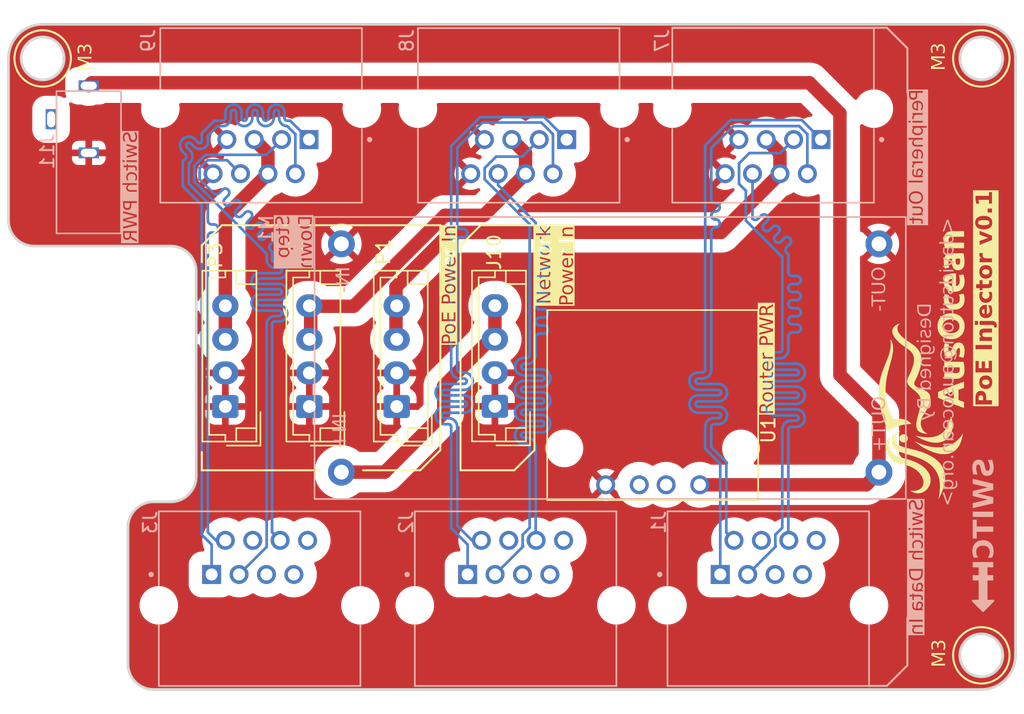
<source format=kicad_pcb>
(kicad_pcb (version 20221018) (generator pcbnew)
  (layers (0 "F.Cu" signal) (31 "B.Cu" signal) (34 "B.Paste" user) (35 "F.Paste" user) (36 "B.SilkS" user "B.Silkscreen") (37 "F.SilkS" user "F.Silkscreen") (38 "B.Mask" user) (39 "F.Mask" user) (44 "Edge.Cuts" user))
  (net 0 "")
  (net 1 "D2,1+")
  (net 2 "D2,1-")
  (net 3 "D2,2+")
  (net 4 "D2,2-")
  (net 5 "D3,1+")
  (net 6 "D3,1-")
  (net 7 "D3,2+")
  (net 8 "D3,2-")
  (net 21 "D1,1+")
  (net 22 "D1,1-")
  (net 23 "D1,2+")
  (net 24 "D1,2-")
  (net 25 "/NW 24V IN")
  (net 26 "GND")
  (net 27 "/NW 5V OUT")
  (net 31 "Net-(P1-Pin_3)")
  (net 32 "Net-(P2-Pin_3)")
  (net 33 "Net-(P3-Pin_3)")
  (footprint "Connector_JST:JST_EH_B4B-EH-A_1x04_P2.50mm_Vertical" (layer "F.Cu") (at 180.5 94.5 90)
    (fp_text reference "P2")
    (fp_text value "4-Pin JST")
  )
  (footprint "Connector_JST:JST_EH_B4B-EH-A_1x04_P2.50mm_Vertical" (layer "F.Cu") (at 194.31 94.488 90)
    (fp_text reference "J10")
    (fp_text value "NW Power In")
  )
  (footprint "AusOcean:USB_A_2.0_CONN" (layer "F.Cu") (at 198.2 101.47)
    (fp_text reference "U1")
    (fp_text value "USB PWR OUT")
  )
  (footprint "LOGO" (layer "F.Cu") (at 226.06 91.44 90)
    (fp_text reference "G***" hide)
    (fp_text value "LOGO" hide)
  )
  (footprint "Connector_JST:JST_EH_B4B-EH-A_1x04_P2.50mm_Vertical" (layer "F.Cu") (at 174.25 94.5 90)
    (fp_text reference "P3")
    (fp_text value "4-Pin JST")
  )
  (footprint "Connector_JST:JST_EH_B4B-EH-A_1x04_P2.50mm_Vertical" (layer "F.Cu") (at 187 94.5 90)
    (fp_text reference "P1")
    (fp_text value "4-Pin JST")
  )
  (footprint "AusOcean:LM2596_Step_Down_Module" (layer "B.Cu") (at 180.885 80.386935)
    (fp_text reference "M1")
    (fp_text value "LM2596_SD")
  )
  (footprint "AusOcean:Barrel_Jack" (layer "B.Cu") (at 161.284 81.612 90)
    (fp_text reference "J11")
    (fp_text value "Barrel_Jack_Switch")
  )
  (footprint "AusOcean:RJ45_Socket" (layer "B.Cu") (at 176.798 109.306935 180)
    (fp_text reference "J3")
    (fp_text value "RJ45 IN -  3")
  )
  (footprint "AusOcean:RJ45_Socket" (layer "B.Cu") (at 195.848 109.306935 180)
    (fp_text reference "J2")
    (fp_text value "RJ45 IN - 2")
  )
  (footprint "AusOcean:RJ45_Socket" (layer "B.Cu") (at 176.908 72.321935)
    (fp_text reference "J9")
    (fp_text value "RJ45 OUT - 3")
  )
  (footprint "AusOcean:RJ45_Socket" (layer "B.Cu") (at 214.648 109.306935 180)
    (fp_text reference "J1")
    (fp_text value "RJ45 IN - 1")
  )
  (footprint "AusOcean:RJ45_Socket" (layer "B.Cu") (at 196.078 72.321935)
    (fp_text reference "J8")
    (fp_text value "RJ45 OUT - 2")
  )
  (footprint "AusOcean:RJ45_Socket" (layer "B.Cu") (at 215.008 72.321935)
    (fp_text reference "J7")
    (fp_text value "RJ45 OUT - 1")
  )
  (gr_line (start 223.477861 115.301601) (end 222.148 115.306935) (stroke (width 0.15)) (layer "B.SilkS"))
  (gr_line (start 225.001861 110.221601) (end 225.001861 113.777601) (stroke (width 0.15)) (layer "B.SilkS"))
  (gr_line (start 225.003377 67.818811) (end 223.479377 66.294811) (stroke (width 0.15)) (layer "B.SilkS"))
  (gr_line (start 223.479377 66.294811) (end 207.508 66.294) (stroke (width 0.15)) (layer "B.SilkS"))
  (gr_line (start 225.003377 71.120811) (end 225.003377 67.818811) (stroke (width 0.15)) (layer "B.SilkS"))
  (gr_poly (pts (xy 230.378 106.426) (xy 230.886 106.426) (xy 230.886 108.966) (xy 231.394 108.966) (xy 230.632 109.728) (xy 229.87 108.966) (xy 230.378 108.966)) (stroke (width 0.15)) (fill solid) (layer "B.SilkS"))
  (gr_line (start 225.001861 113.777601) (end 223.477861 115.301601) (stroke (width 0.15)) (layer "B.SilkS"))
  (gr_line (start 188.75 99.25) (end 190.25 97.75) (stroke (width 0.15)) (layer "F.SilkS"))
  (gr_line (start 191.75 82.5) (end 191.75 99.25) (stroke (width 0.15)) (layer "F.SilkS"))
  (gr_line (start 197.25 81) (end 197.25 97.75) (stroke (width 0.15)) (layer "F.SilkS"))
  (gr_circle (center 160.655 68.58) (end 162.755 68.58) (stroke (width 0.15)) (fill none) (layer "F.SilkS"))
  (gr_line (start 193.25 81) (end 197.25 81) (stroke (width 0.15)) (layer "F.SilkS"))
  (gr_circle (center 230.505 68.58) (end 232.605 68.58) (stroke (width 0.15)) (fill none) (layer "F.SilkS"))
  (gr_line (start 190.25 97.75) (end 190.25 81) (stroke (width 0.15)) (layer "F.SilkS"))
  (gr_line (start 172.5 97.895) (end 172.5 99.25) (stroke (width 0.15)) (layer "F.SilkS"))
  (gr_line (start 195.75 99.25) (end 197.25 97.75) (stroke (width 0.15)) (layer "F.SilkS"))
  (gr_line (start 174 81) (end 188.75 81) (stroke (width 0.15)) (layer "F.SilkS"))
  (gr_circle (center 230.505 113.03) (end 232.605 113.03) (stroke (width 0.15)) (fill none) (layer "F.SilkS"))
  (gr_line (start 191.75 82.5) (end 193.25 81) (stroke (width 0.15)) (layer "F.SilkS"))
  (gr_line (start 172.5 82.5) (end 174 81) (stroke (width 0.15)) (layer "F.SilkS"))
  (gr_line (start 191.75 99.25) (end 195.75 99.25) (stroke (width 0.15)) (layer "F.SilkS"))
  (gr_line (start 181.25 99.25) (end 172.5 99.25) (stroke (width 0.15)) (layer "F.SilkS"))
  (gr_line (start 188.75 99.25) (end 184.5 99.25) (stroke (width 0.15)) (layer "F.SilkS"))
  (gr_line (start 190.25 81) (end 190.25 86.25) (stroke (width 0.15)) (layer "F.SilkS"))
  (gr_line (start 172.5 83.75) (end 172.5 82.5) (stroke (width 0.15)) (layer "F.SilkS"))
  (gr_line (start 188.75 81) (end 190.25 81) (stroke (width 0.15)) (layer "F.SilkS"))
  (gr_arc (start 167.005 103.505) (mid 167.562962 102.157962) (end 168.91 101.6) (stroke (width 0.2)) (layer "Edge.Cuts"))
  (gr_circle (center 230.505 113.03) (end 232.105 113.03) (stroke (width 0.2)) (fill none) (layer "Edge.Cuts"))
  (gr_arc (start 172.085 99.695) (mid 171.527038 101.042038) (end 170.18 101.6) (stroke (width 0.2)) (layer "Edge.Cuts"))
  (gr_line (start 230.505 115.57) (end 168.91 115.57) (stroke (width 0.2)) (layer "Edge.Cuts"))
  (gr_line (start 168.91 101.6) (end 170.18 101.6) (stroke (width 0.2)) (layer "Edge.Cuts"))
  (gr_line (start 233.045 113.03) (end 233.045 68.58) (stroke (width 0.2)) (layer "Edge.Cuts"))
  (gr_line (start 160.655 66.04) (end 230.505 66.04) (stroke (width 0.2)) (layer "Edge.Cuts"))
  (gr_arc (start 230.505 66.04) (mid 232.301051 66.783949) (end 233.045 68.58) (stroke (width 0.2)) (layer "Edge.Cuts"))
  (gr_arc (start 168.91 115.57) (mid 167.562962 115.012038) (end 167.005 113.665) (stroke (width 0.2)) (layer "Edge.Cuts"))
  (gr_arc (start 170.18 82.55) (mid 171.527038 83.107962) (end 172.085 84.455) (stroke (width 0.2)) (layer "Edge.Cuts"))
  (gr_line (start 160.02 82.55) (end 170.18 82.55) (stroke (width 0.2)) (layer "Edge.Cuts"))
  (gr_line (start 172.085 84.455) (end 172.085 99.695) (stroke (width 0.2)) (layer "Edge.Cuts"))
  (gr_line (start 158.115 68.58) (end 158.115 80.645) (stroke (width 0.2)) (layer "Edge.Cuts"))
  (gr_arc (start 158.115 68.58) (mid 158.858949 66.783949) (end 160.655 66.04) (stroke (width 0.2)) (layer "Edge.Cuts"))
  (gr_arc (start 233.045 113.03) (mid 232.301051 114.826051) (end 230.505 115.57) (stroke (width 0.2)) (layer "Edge.Cuts"))
  (gr_circle (center 230.505 68.58) (end 232.105 68.58) (stroke (width 0.2)) (fill none) (layer "Edge.Cuts"))
  (gr_circle (center 160.655 68.58) (end 162.255 68.58) (stroke (width 0.2)) (fill none) (layer "Edge.Cuts"))
  (gr_line (start 167.005 103.505) (end 167.005 113.665) (stroke (width 0.2)) (layer "Edge.Cuts"))
  (gr_arc (start 160.02 82.55) (mid 158.672962 81.992038) (end 158.115 80.645) (stroke (width 0.2)) (layer "Edge.Cuts"))
  (gr_text "Designed By\n<davidsutton@ausocean.org>" (at 228.6 91.186 90) (layer "B.SilkS") (effects (font (size 1 1)) (justify bottom mirror)))
  (gr_text "Switch PWR" (at 167.830484 74 90) (layer "B.SilkS" knockout) (effects (font (size 1 1)) (justify left bottom mirror)))
  (gr_text "Switch Data In" (at 226.314 101.386935 90) (layer "B.SilkS" knockout) (effects (font (size 1 1)) (justify left bottom mirror)))
  (gr_text "Step\nDown" (at 180.848 80.264 90) (layer "B.SilkS" knockout) (effects (font (size 1 1)) (justify left bottom mirror)))
  (gr_text "SWITCH" (at 231.648 98.308 90) (layer "B.SilkS") (effects (font (size 1.5 1.5) (thickness 0.3) bold) (justify left bottom mirror)))
  (gr_text "Peripheral Out" (at 226.314 70.866 90) (layer "B.SilkS" knockout) (effects (font (size 1 1)) (justify left bottom mirror)))
  (gr_text "Network\nPower In" (at 200.278235 81.049008 90) (layer "F.SilkS" knockout) (effects (font (size 1 1)) (justify right bottom)))
  (gr_text "M3" (at 227.949121 69.501436 90) (layer "F.SilkS") (effects (font (size 1 1)) (justify left bottom)))
  (gr_text "M3" (at 227.98263 113.926991 90) (layer "F.SilkS") (effects (font (size 1 1)) (justify left bottom)))
  (gr_text "Router PWR" (at 215.174667 95.122969 90) (layer "F.SilkS" knockout) (effects (font (size 1 1)) (justify left bottom)))
  (gr_text "M3" (at 164.449429 69.533039 90) (layer "F.SilkS") (effects (font (size 1 1)) (justify left bottom)))
  (gr_text "PoE Power In" (at 191.535819 80.975261 90) (layer "F.SilkS" knockout) (effects (font (size 1 1)) (justify right bottom)))
  (gr_text "PoE Injector v0.1" (at 231.5 94.5 90) (layer "F.SilkS" knockout) (effects (font (size 1.2 1.2) (thickness 0.25) bold) (justify left bottom)))
  (segment (start 190.548891 94.116875) (end 191.05402 94.116875) (width 0.2) (layer "B.Cu") (net 1))
  (segment (start 191.05402 103.561154) (end 192.278 104.785134) (width 0.2) (layer "B.Cu") (net 1))
  (segment (start 192.009108 92.816915) (end 191.704 92.816915) (width 0.2) (layer "B.Cu") (net 1))
  (segment (start 191.05402 96.016835) (end 191.05402 97.64125) (width 0.2) (layer "B.Cu") (net 1))
  (segment (start 191.05402 97.64125) (end 191.05402 103.561154) (width 0.2) (layer "B.Cu") (net 1))
  (segment (start 191.05402 75.110359) (end 191.05402 91.766935) (width 0.2) (layer "B.Cu") (net 1))
  (segment (start 191.704 92.816915) (end 190.548891 92.816915) (width 0.2) (layer "B.Cu") (net 1))
  (segment (start 191.504 94.516875) (end 190.548891 94.516875) (width 0.2) (layer "B.Cu") (net 1))
  (segment (start 191.05402 94.116875) (end 192.009108 94.116875) (width 0.2) (layer "B.Cu") (net 1))
  (segment (start 193.212444 72.951935) (end 191.05402 75.110359) (width 0.2) (layer "B.Cu") (net 1))
  (segment (start 190.548891 95.816835) (end 190.85402 95.816835) (width 0.2) (layer "B.Cu") (net 1))
  (segment (start 191.704 92.416915) (end 192.009108 92.416915) (width 0.2) (layer "B.Cu") (net 1))
  (segment (start 192.009108 94.516875) (end 191.504 94.516875) (width 0.2) (layer "B.Cu") (net 1))
  (segment (start 197.978 72.951935) (end 193.212444 72.951935) (width 0.2) (layer "B.Cu") (net 1))
  (segment (start 192.278 104.785134) (end 192.278 107.006935) (width 0.2) (layer "B.Cu") (net 1))
  (segment (start 199.648 74.621935) (end 197.978 72.951935) (width 0.2) (layer "B.Cu") (net 1))
  (arc (start 190.548891 94.516875) (mid 190.089286 94.70725) (end 189.898911 95.166855) (width 0.2) (layer "B.Cu") (net 1))
  (arc (start 190.85402 95.816835) (mid 190.995441 95.875414) (end 191.05402 96.016835) (width 0.2) (layer "B.Cu") (net 1))
  (arc (start 190.548891 92.816915) (mid 190.089286 93.00729) (end 189.898911 93.466895) (width 0.2) (layer "B.Cu") (net 1))
  (arc (start 192.209108 92.616915) (mid 192.150529 92.758336) (end 192.009108 92.816915) (width 0.2) (layer "B.Cu") (net 1))
  (arc (start 192.209108 94.316875) (mid 192.150529 94.458296) (end 192.009108 94.516875) (width 0.2) (layer "B.Cu") (net 1))
  (arc (start 191.05402 91.766935) (mid 191.244395 92.22654) (end 191.704 92.416915) (width 0.2) (layer "B.Cu") (net 1))
  (arc (start 192.009108 92.416915) (mid 192.150529 92.475494) (end 192.209108 92.616915) (width 0.2) (layer "B.Cu") (net 1))
  (arc (start 189.898911 93.466895) (mid 190.089286 93.9265) (end 190.548891 94.116875) (width 0.2) (layer "B.Cu") (net 1))
  (arc (start 192.009108 94.116875) (mid 192.150529 94.175454) (end 192.209108 94.316875) (width 0.2) (layer "B.Cu") (net 1))
  (arc (start 189.898911 95.166855) (mid 190.089286 95.62646) (end 190.548891 95.816835) (width 0.2) (layer "B.Cu") (net 1))
  (segment (start 190.548891 93.666895) (end 191.05402 93.666895) (width 0.2) (layer "B.Cu") (net 2))
  (segment (start 191.504 75.226064) (end 191.504 80.971935) (width 0.2) (layer "B.Cu") (net 2))
  (segment (start 191.504 97.64125) (end 191.504 103.374736) (width 0.2) (layer "B.Cu") (net 2))
  (segment (start 191.804 81.271935) (end 191.955757 81.271935) (width 0.2) (layer "B.Cu") (net 2))
  (segment (start 190.548891 95.366855) (end 190.85402 95.366855) (width 0.2) (layer "B.Cu") (net 2))
  (segment (start 198.628 74.222064) (end 197.757871 73.351935) (width 0.2) (layer "B.Cu") (net 2))
  (segment (start 192.596199 104.466935) (end 193.298 104.466935) (width 0.2) (layer "B.Cu") (net 2))
  (segment (start 193.378129 73.351935) (end 191.504 75.226064) (width 0.2) (layer "B.Cu") (net 2))
  (segment (start 191.704 91.966935) (end 192.009108 91.966935) (width 0.2) (layer "B.Cu") (net 2))
  (segment (start 197.757871 73.351935) (end 193.378129 73.351935) (width 0.2) (layer "B.Cu") (net 2))
  (segment (start 191.504 103.374736) (end 192.596199 104.466935) (width 0.2) (layer "B.Cu") (net 2))
  (segment (start 191.955757 81.871935) (end 191.804 81.871935) (width 0.2) (layer "B.Cu") (net 2))
  (segment (start 191.704 93.266895) (end 190.548891 93.266895) (width 0.2) (layer "B.Cu") (net 2))
  (segment (start 191.504 86.421935) (end 191.504 91.766935) (width 0.2) (layer "B.Cu") (net 2))
  (segment (start 191.504 96.016835) (end 191.504 97.64125) (width 0.2) (layer "B.Cu") (net 2))
  (segment (start 191.504 82.171935) (end 191.504 86.421935) (width 0.2) (layer "B.Cu") (net 2))
  (segment (start 198.628 77.161935) (end 198.628 74.222064) (width 0.2) (layer "B.Cu") (net 2))
  (segment (start 191.504 94.966855) (end 190.548891 94.966855) (width 0.2) (layer "B.Cu") (net 2))
  (segment (start 191.05402 93.666895) (end 192.009108 93.666895) (width 0.2) (layer "B.Cu") (net 2))
  (segment (start 192.009108 94.966855) (end 191.504 94.966855) (width 0.2) (layer "B.Cu") (net 2))
  (segment (start 192.009108 93.266895) (end 191.704 93.266895) (width 0.2) (layer "B.Cu") (net 2))
  (arc (start 190.548891 93.266895) (mid 190.40747 93.325474) (end 190.348891 93.466895) (width 0.2) (layer "B.Cu") (net 2))
  (arc (start 191.504 80.971935) (mid 191.591868 81.184067) (end 191.804 81.271935) (width 0.2) (layer "B.Cu") (net 2))
  (arc (start 191.504 91.766935) (mid 191.562579 91.908356) (end 191.704 91.966935) (width 0.2) (layer "B.Cu") (net 2))
  (arc (start 190.348891 93.466895) (mid 190.40747 93.608316) (end 190.548891 93.666895) (width 0.2) (layer "B.Cu") (net 2))
  (arc (start 191.804 81.871935) (mid 191.591868 81.959803) (end 191.504 82.171935) (width 0.2) (layer "B.Cu") (net 2))
  (arc (start 192.659088 92.616915) (mid 192.468713 93.07652) (end 192.009108 93.266895) (width 0.2) (layer "B.Cu") (net 2))
  (arc (start 192.255757 81.571935) (mid 192.167889 81.784067) (end 191.955757 81.871935) (width 0.2) (layer "B.Cu") (net 2))
  (arc (start 190.85402 95.366855) (mid 191.313625 95.55723) (end 191.504 96.016835) (width 0.2) (layer "B.Cu") (net 2))
  (arc (start 192.659088 94.316875) (mid 192.468713 94.77648) (end 192.009108 94.966855) (width 0.2) (layer "B.Cu") (net 2))
  (arc (start 192.009108 93.666895) (mid 192.468713 93.85727) (end 192.659088 94.316875) (width 0.2) (layer "B.Cu") (net 2))
  (arc (start 190.348891 95.166855) (mid 190.40747 95.308276) (end 190.548891 95.366855) (width 0.2) (layer "B.Cu") (net 2))
  (arc (start 190.548891 94.966855) (mid 190.40747 95.025434) (end 190.348891 95.166855) (width 0.2) (layer "B.Cu") (net 2))
  (arc (start 191.955757 81.271935) (mid 192.167889 81.359803) (end 192.255757 81.571935) (width 0.2) (layer "B.Cu") (net 2))
  (arc (start 192.009108 91.966935) (mid 192.468713 92.15731) (end 192.659088 92.616915) (width 0.2) (layer "B.Cu") (net 2))
  (segment (start 196.454998 95.981931) (end 196.692999 95.981931) (width 0.2) (layer "B.Cu") (net 3))
  (segment (start 196.692999 97.281935) (end 196.454998 97.281935) (width 0.2) (layer "B.Cu") (net 3))
  (segment (start 193.544 77.577806) (end 193.544 76.746064) (width 0.2) (layer "B.Cu") (net 3))
  (segment (start 197.343001 92.181923) (end 196.454998 92.181923) (width 0.2) (layer "B.Cu") (net 3))
  (segment (start 196.454998 92.581923) (end 196.892999 92.581923) (width 0.2) (layer "B.Cu") (net 3))
  (segment (start 196.892999 90.681919) (end 196.892999 85.525589) (width 0.2) (layer "B.Cu") (net 3))
  (segment (start 196.338 75.891935) (end 197.608 74.621935) (width 0.2) (layer "B.Cu") (net 3))
  (segment (start 196.454998 94.281927) (end 196.892999 94.281927) (width 0.2) (layer "B.Cu") (net 3))
  (segment (start 196.692999 95.981931) (end 197.781002 95.981931) (width 0.2) (layer "B.Cu") (net 3))
  (segment (start 194.398129 75.891935) (end 196.338 75.891935) (width 0.2) (layer "B.Cu") (net 3))
  (segment (start 196.892999 103.532065) (end 196.892999 97.481935) (width 0.2) (layer "B.Cu") (net 3))
  (segment (start 197.781002 95.581931) (end 197.343001 95.581931) (width 0.2) (layer "B.Cu") (net 3))
  (segment (start 197.780981 93.881927) (end 197.343001 93.881927) (width 0.2) (layer "B.Cu") (net 3))
  (segment (start 197.343001 93.881927) (end 196.454998 93.881927) (width 0.2) (layer "B.Cu") (net 3))
  (segment (start 196.374 104.051064) (end 196.892999 103.532065) (width 0.2) (layer "B.Cu") (net 3))
  (segment (start 196.892999 85.525589) (end 196.892999 80.926805) (width 0.2) (layer "B.Cu") (net 3))
  (segment (start 196.892999 92.581923) (end 197.780981 92.581923) (width 0.2) (layer "B.Cu") (net 3))
  (segment (start 196.892999 80.926805) (end 193.544 77.577806) (width 0.2) (layer "B.Cu") (net 3))
  (segment (start 197.780981 92.181923) (end 197.343001 92.181923) (width 0.2) (layer "B.Cu") (net 3))
  (segment (start 197.343001 95.581931) (end 196.454998 95.581931) (width 0.2) (layer "B.Cu") (net 3))
  (segment (start 193.544 76.746064) (end 194.398129 75.891935) (width 0.2) (layer "B.Cu") (net 3))
  (segment (start 196.374 104.882806) (end 196.374 104.051064) (width 0.2) (layer "B.Cu") (net 3))
  (segment (start 196.454998 90.881919) (end 196.692999 90.881919) (width 0.2) (layer "B.Cu") (net 3))
  (segment (start 196.892999 94.281927) (end 197.780981 94.281927) (width 0.2) (layer "B.Cu") (net 3))
  (segment (start 196.408065 104.91687) (end 196.374 104.882806) (width 0.2) (layer "B.Cu") (net 3))
  (segment (start 194.318 107.006935) (end 196.408065 104.91687) (width 0.2) (layer "B.Cu") (net 3))
  (arc (start 197.980981 92.381923) (mid 197.922402 92.240502) (end 197.780981 92.181923) (width 0.2) (layer "B.Cu") (net 3))
  (arc (start 197.780981 92.581923) (mid 197.922402 92.523344) (end 197.980981 92.381923) (width 0.2) (layer "B.Cu") (net 3))
  (arc (start 196.454998 92.181923) (mid 195.995377 91.991542) (end 195.804996 91.531921) (width 0.2) (layer "B.Cu") (net 3))
  (arc (start 197.780981 94.281927) (mid 197.922402 94.223348) (end 197.980981 94.081927) (width 0.2) (layer "B.Cu") (net 3))
  (arc (start 196.692999 90.881919) (mid 196.83442 90.82334) (end 196.892999 90.681919) (width 0.2) (layer "B.Cu") (net 3))
  (arc (start 197.781002 95.981931) (mid 197.922423 95.923352) (end 197.981002 95.781931) (width 0.2) (layer "B.Cu") (net 3))
  (arc (start 196.454998 93.881927) (mid 195.995377 93.691546) (end 195.804996 93.231925) (width 0.2) (layer "B.Cu") (net 3))
  (arc (start 197.981002 95.781931) (mid 197.922423 95.64051) (end 197.781002 95.581931) (width 0.2) (layer "B.Cu") (net 3))
  (arc (start 196.892999 97.481935) (mid 196.83442 97.340514) (end 196.692999 97.281935) (width 0.2) (layer "B.Cu") (net 3))
  (arc (start 195.804996 91.531921) (mid 195.995377 91.0723) (end 196.454998 90.881919) (width 0.2) (layer "B.Cu") (net 3))
  (arc (start 196.454998 95.581931) (mid 195.995377 95.39155) (end 195.804996 94.931929) (width 0.2) (layer "B.Cu") (net 3))
  (arc (start 195.804996 96.631933) (mid 195.995377 96.172312) (end 196.454998 95.981931) (width 0.2) (layer "B.Cu") (net 3))
  (arc (start 195.804996 93.231925) (mid 195.995377 92.772304) (end 196.454998 92.581923) (width 0.2) (layer "B.Cu") (net 3))
  (arc (start 196.454998 97.281935) (mid 195.995377 97.091554) (end 195.804996 96.631933) (width 0.2) (layer "B.Cu") (net 3))
  (arc (start 195.804996 94.931929) (mid 195.995377 94.472308) (end 196.454998 94.281927) (width 0.2) (layer "B.Cu") (net 3))
  (arc (start 197.980981 94.081927) (mid 197.922402 93.940506) (end 197.780981 93.881927) (width 0.2) (layer "B.Cu") (net 3))
  (segment (start 196.692999 96.431933) (end 197.781002 96.431933) (width 0.2) (layer "B.Cu") (net 4))
  (segment (start 196.892999 93.031925) (end 197.780981 93.031925) (width 0.2) (layer "B.Cu") (net 4))
  (segment (start 197.643001 87.871935) (end 197.959333 87.871935) (width 0.2) (layer "B.Cu") (net 4))
  (segment (start 196.892999 94.731929) (end 197.780981 94.731929) (width 0.2) (layer "B.Cu") (net 4))
  (segment (start 197.959309 83.671935) (end 197.643001 83.671935) (width 0.2) (layer "B.Cu") (net 4))
  (segment (start 197.343001 104.431936) (end 197.343001 97.481935) (width 0.2) (layer "B.Cu") (net 4))
  (segment (start 197.959333 82.471935) (end 197.643001 82.471935) (width 0.2) (layer "B.Cu") (net 4))
  (segment (start 197.959333 84.871935) (end 197.643001 84.871935) (width 0.2) (layer "B.Cu") (net 4))
  (segment (start 197.343001 80.971935) (end 197.343001 80.811121) (width 0.2) (layer "B.Cu") (net 4))
  (segment (start 197.959309 86.071935) (end 197.643001 86.071935) (width 0.2) (layer "B.Cu") (net 4))
  (segment (start 197.643001 83.071935) (end 197.959333 83.071935) (width 0.2) (layer "B.Cu") (net 4))
  (segment (start 196.454998 94.731929) (end 196.892999 94.731929) (width 0.2) (layer "B.Cu") (net 4))
  (segment (start 196.454998 93.031925) (end 196.892999 93.031925) (width 0.2) (layer "B.Cu") (net 4))
  (segment (start 197.643001 84.271935) (end 197.959309 84.271935) (width 0.2) (layer "B.Cu") (net 4))
  (segment (start 197.959333 81.271935) (end 197.643001 81.271935) (width 0.2) (layer "B.Cu") (net 4))
  (segment (start 194.548 78.01612) (end 194.548 77.161935) (width 0.2) (layer "B.Cu") (net 4))
  (segment (start 197.643001 81.871935) (end 197.959333 81.871935) (width 0.2) (layer "B.Cu") (net 4))
  (segment (start 197.343001 90.681919) (end 197.343001 89.371935) (width 0.2) (layer "B.Cu") (net 4))
  (segment (start 197.959309 88.471935) (end 197.643001 88.471935) (width 0.2) (layer "B.Cu") (net 4))
  (segment (start 196.692999 96.831933) (end 196.454998 96.831933) (width 0.2) (layer "B.Cu") (net 4))
  (segment (start 196.454998 91.331921) (end 196.692999 91.331921) (width 0.2) (layer "B.Cu") (net 4))
  (segment (start 197.781002 95.131929) (end 197.343001 95.131929) (width 0.2) (layer "B.Cu") (net 4))
  (segment (start 197.780981 91.731921) (end 197.343001 91.731921) (width 0.2) (layer "B.Cu") (net 4))
  (segment (start 197.343001 91.731921) (end 196.454998 91.731921) (width 0.2) (layer "B.Cu") (net 4))
  (segment (start 197.959333 87.271935) (end 197.643001 87.271935) (width 0.2) (layer "B.Cu") (net 4))
  (segment (start 197.343001 95.131929) (end 196.454998 95.131929) (width 0.2) (layer "B.Cu") (net 4))
  (segment (start 197.343001 93.431925) (end 196.454998 93.431925) (width 0.2) (layer "B.Cu") (net 4))
  (segment (start 197.643001 89.071935) (end 197.959309 89.071935) (width 0.2) (layer "B.Cu") (net 4))
  (segment (start 197.343001 80.811121) (end 194.548 78.01612) (width 0.2) (layer "B.Cu") (net 4))
  (segment (start 197.378 104.466935) (end 197.343001 104.431936) (width 0.2) (layer "B.Cu") (net 4))
  (segment (start 196.454998 96.431933) (end 196.692999 96.431933) (width 0.2) (layer "B.Cu") (net 4))
  (segment (start 197.780981 93.431925) (end 197.343001 93.431925) (width 0.2) (layer "B.Cu") (net 4))
  (segment (start 197.643001 86.671935) (end 197.959309 86.671935) (width 0.2) (layer "B.Cu") (net 4))
  (segment (start 197.643001 85.471935) (end 197.959333 85.471935) (width 0.2) (layer "B.Cu") (net 4))
  (arc (start 197.343001 83.371935) (mid 197.430869 83.159803) (end 197.643001 83.071935) (width 0.2) (layer "B.Cu") (net 4))
  (arc (start 197.643001 88.471935) (mid 197.430869 88.384067) (end 197.343001 88.171935) (width 0.2) (layer "B.Cu") (net 4))
  (arc (start 198.431004 95.781931) (mid 198.240623 95.32231) (end 197.781002 95.131929) (width 0.2) (layer "B.Cu") (net 4))
  (arc (start 196.254998 94.931929) (mid 196.313577 94.790508) (end 196.454998 94.731929) (width 0.2) (layer "B.Cu") (net 4))
  (arc (start 198.259333 82.771935) (mid 198.171465 82.559803) (end 197.959333 82.471935) (width 0.2) (layer "B.Cu") (net 4))
  (arc (start 196.454998 96.831933) (mid 196.313577 96.773354) (end 196.254998 96.631933) (width 0.2) (layer "B.Cu") (net 4))
  (arc (start 197.959309 86.671935) (mid 198.171441 86.584067) (end 198.259309 86.371935) (width 0.2) (layer "B.Cu") (net 4))
  (arc (start 197.780981 94.731929) (mid 198.240602 94.541548) (end 198.430983 94.081927) (width 0.2) (layer "B.Cu") (net 4))
  (arc (start 198.430983 94.081927) (mid 198.240602 93.622306) (end 197.780981 93.431925) (width 0.2) (layer "B.Cu") (net 4))
  (arc (start 197.343001 82.171935) (mid 197.430869 81.959803) (end 197.643001 81.871935) (width 0.2) (layer "B.Cu") (net 4))
  (arc (start 197.959333 85.471935) (mid 198.171465 85.384067) (end 198.259333 85.171935) (width 0.2) (layer "B.Cu") (net 4))
  (arc (start 198.259333 85.171935) (mid 198.171465 84.959803) (end 197.959333 84.871935) (width 0.2) (layer "B.Cu") (net 4))
  (arc (start 197.643001 87.271935) (mid 197.430869 87.184067) (end 197.343001 86.971935) (width 0.2) (layer "B.Cu") (net 4))
  (arc (start 197.643001 86.071935) (mid 197.430869 85.984067) (end 197.343001 85.771935) (width 0.2) (layer "B.Cu") (net 4))
  (arc (start 196.692999 91.331921) (mid 197.15262 91.14154) (end 197.343001 90.681919) (width 0.2) (layer "B.Cu") (net 4))
  (arc (start 196.254998 91.531921) (mid 196.313577 91.3905) (end 196.454998 91.331921) (width 0.2) (layer "B.Cu") (net 4))
  (arc (start 197.643001 81.271935) (mid 197.430869 81.184067) (end 197.343001 80.971935) (width 0.2) (layer "B.Cu") (net 4))
  (arc (start 198.259309 83.971935) (mid 198.171441 83.759803) (end 197.959309 83.671935) (width 0.2) (layer "B.Cu") (net 4))
  (arc (start 197.959333 81.871935) (mid 198.171465 81.784067) (end 198.259333 81.571935) (width 0.2) (layer "B.Cu") (net 4))
  (arc (start 197.643001 83.671935) (mid 197.430869 83.584067) (end 197.343001 83.371935) (width 0.2) (layer "B.Cu") (net 4))
  (arc (start 196.454998 93.431925) (mid 196.313577 93.373346) (end 196.254998 93.231925) (width 0.2) (layer "B.Cu") (net 4))
  (arc (start 198.259309 88.771935) (mid 198.171441 88.559803) (end 197.959309 88.471935) (width 0.2) (layer "B.Cu") (net 4))
  (arc (start 198.259309 86.371935) (mid 198.171441 86.159803) (end 197.959309 86.071935) (width 0.2) (layer "B.Cu") (net 4))
  (arc (start 198.430983 92.381923) (mid 198.240602 91.922302) (end 197.780981 91.731921) (width 0.2) (layer "B.Cu") (net 4))
  (arc (start 197.959309 89.071935) (mid 198.171441 88.984067) (end 198.259309 88.771935) (width 0.2) (layer "B.Cu") (net 4))
  (arc (start 196.254998 96.631933) (mid 196.313577 96.490512) (end 196.454998 96.431933) (width 0.2) (layer "B.Cu") (net 4))
  (arc (start 197.781002 96.431933) (mid 198.240623 96.241552) (end 198.431004 95.781931) (width 0.2) (layer "B.Cu") (net 4))
  (arc (start 197.959333 87.871935) (mid 198.171465 87.784067) (end 198.259333 87.571935) (width 0.2) (layer "B.Cu") (net 4))
  (arc (start 197.780981 93.031925) (mid 198.240602 92.841544) (end 198.430983 92.381923) (width 0.2) (layer "B.Cu") (net 4))
  (arc (start 197.343001 85.771935) (mid 197.430869 85.559803) (end 197.643001 85.471935) (width 0.2) (layer "B.Cu") (net 4))
  (arc (start 197.343001 97.481935) (mid 197.15262 97.022314) (end 196.692999 96.831933) (width 0.2) (layer "B.Cu") (net 4))
  (arc (start 197.343001 89.371935) (mid 197.430869 89.159803) (end 197.643001 89.071935) (width 0.2) (layer "B.Cu") (net 4))
  (arc (start 197.959309 84.271935) (mid 198.171441 84.184067) (end 198.259309 83.971935) (width 0.2) (layer "B.Cu") (net 4))
  (arc (start 198.259333 81.571935) (mid 198.171465 81.359803) (end 197.959333 81.271935) (width 0.2) (layer "B.Cu") (net 4))
  (arc (start 197.643001 82.471935) (mid 197.430869 82.384067) (end 197.343001 82.171935) (width 0.2) (layer "B.Cu") (net 4))
  (arc (start 197.959333 83.071935) (mid 198.171465 82.984067) (end 198.259333 82.771935) (width 0.2) (layer "B.Cu") (net 4))
  (arc (start 197.343001 86.971935) (mid 197.430869 86.759803) (end 197.643001 86.671935) (width 0.2) (layer "B.Cu") (net 4))
  (arc (start 196.454998 95.131929) (mid 196.313577 95.07335) (end 196.254998 94.931929) (width 0.2) (layer "B.Cu") (net 4))
  (arc (start 196.454998 91.731921) (mid 196.313577 91.673342) (end 196.254998 91.531921) (width 0.2) (layer "B.Cu") (net 4))
  (arc (start 197.643001 84.871935) (mid 197.430869 84.784067) (end 197.343001 84.571935) (width 0.2) (layer "B.Cu") (net 4))
  (arc (start 196.254998 93.231925) (mid 196.313577 93.090504) (end 196.454998 93.031925) (width 0.2) (layer "B.Cu") (net 4))
  (arc (start 197.343001 88.171935) (mid 197.430869 87.959803) (end 197.643001 87.871935) (width 0.2) (layer "B.Cu") (net 4))
  (arc (start 198.259333 87.571935) (mid 198.171465 87.359803) (end 197.959333 87.271935) (width 0.2) (layer "B.Cu") (net 4))
  (arc (start 197.343001 84.571935) (mid 197.430869 84.359803) (end 197.643001 84.271935) (width 0.2) (layer "B.Cu") (net 4))
  (segment (start 171.076931 75.52052) (end 171.292945 75.736534) (width 0.2) (layer "B.Cu") (net 5))
  (segment (start 177.053871 73.017935) (end 177.053871 72.617935) (width 0.2) (layer "B.Cu") (net 5))
  (segment (start 173.228 104.785134) (end 173.228 107.006935) (width 0.2) (layer "B.Cu") (net 5))
  (segment (start 172.212156 74.817325) (end 172.212157 74.817325) (width 0.2) (layer "B.Cu") (net 5))
  (segment (start 175.853871 72.617935) (end 175.853871 73.017935) (width 0.2) (layer "B.Cu") (net 5))
  (segment (start 180.478 74.621935) (end 179.074 73.217935) (width 0.2) (layer "B.Cu") (net 5))
  (segment (start 174.053871 73.217935) (end 173.4288 73.217935) (width 0.2) (layer "B.Cu") (net 5))
  (segment (start 172.212157 74.817325) (end 171.996142 74.60131) (width 0.2) (layer "B.Cu") (net 5))
  (segment (start 172.495 104.052134) (end 173.228 104.785134) (width 0.2) (layer "B.Cu") (net 5))
  (segment (start 177.453871 72.617935) (end 177.453871 73.017935) (width 0.2) (layer "B.Cu") (net 5))
  (segment (start 171.292946 76.019377) (end 171.292945 76.019377) (width 0.2) (layer "B.Cu") (net 5))
  (segment (start 179.074 73.217935) (end 178.853871 73.217935) (width 0.2) (layer "B.Cu") (net 5))
  (segment (start 171.08402 78.095564) (end 172.495 79.506545) (width 0.2) (layer "B.Cu") (net 5))
  (segment (start 174.253871 72.617935) (end 174.253871 73.017935) (width 0.2) (layer "B.Cu") (net 5))
  (segment (start 175.453871 73.017935) (end 175.453871 72.617935) (width 0.2) (layer "B.Cu") (net 5))
  (segment (start 171.08402 76.228305) (end 171.08402 78.095564) (width 0.2) (layer "B.Cu") (net 5))
  (segment (start 178.653871 73.017935) (end 178.653871 72.617935) (width 0.2) (layer "B.Cu") (net 5))
  (segment (start 172.495 74.151735) (end 172.495 74.817325) (width 0.2) (layer "B.Cu") (net 5))
  (segment (start 172.495 79.506545) (end 172.495 104.052134) (width 0.2) (layer "B.Cu") (net 5))
  (segment (start 173.4288 73.217935) (end 172.495 74.151735) (width 0.2) (layer "B.Cu") (net 5))
  (segment (start 171.292945 76.019377) (end 171.08402 76.228305) (width 0.2) (layer "B.Cu") (net 5))
  (segment (start 171.076931 74.601309) (end 171.076931 74.60131) (width 0.2) (layer "B.Cu") (net 5))
  (arc (start 175.653871 73.217935) (mid 175.51245 73.159356) (end 175.453871 73.017935) (width 0.2) (layer "B.Cu") (net 5))
  (arc (start 172.495 74.817325) (mid 172.353578 74.875904) (end 172.212156 74.817325) (width 0.2) (layer "B.Cu") (net 5))
  (arc (start 178.853871 73.217935) (mid 178.71245 73.159356) (end 178.653871 73.017935) (width 0.2) (layer "B.Cu") (net 5))
  (arc (start 175.453871 72.617935) (mid 175.278135 72.193671) (end 174.853871 72.017935) (width 0.2) (layer "B.Cu") (net 5))
  (arc (start 177.253871 73.217935) (mid 177.11245 73.159356) (end 177.053871 73.017935) (width 0.2) (layer "B.Cu") (net 5))
  (arc (start 171.292945 75.736534) (mid 171.351524 75.877955) (end 171.292946 76.019377) (width 0.2) (layer "B.Cu") (net 5))
  (arc (start 174.253871 73.017935) (mid 174.195292 73.159356) (end 174.053871 73.217935) (width 0.2) (layer "B.Cu") (net 5))
  (arc (start 176.453871 72.017935) (mid 176.029607 72.193671) (end 175.853871 72.617935) (width 0.2) (layer "B.Cu") (net 5))
  (arc (start 178.653871 72.617935) (mid 178.478135 72.193671) (end 178.053871 72.017935) (width 0.2) (layer "B.Cu") (net 5))
  (arc (start 177.453871 73.017935) (mid 177.395292 73.159356) (end 177.253871 73.217935) (width 0.2) (layer "B.Cu") (net 5))
  (arc (start 171.996142 74.60131) (mid 171.536537 74.410935) (end 171.076931 74.601309) (width 0.2) (layer "B.Cu") (net 5))
  (arc (start 174.853871 72.017935) (mid 174.429607 72.193671) (end 174.253871 72.617935) (width 0.2) (layer "B.Cu") (net 5))
  (arc (start 175.853871 73.017935) (mid 175.795292 73.159356) (end 175.653871 73.217935) (width 0.2) (layer "B.Cu") (net 5))
  (arc (start 171.076931 74.60131) (mid 170.886556 75.060915) (end 171.076931 75.52052) (width 0.2) (layer "B.Cu") (net 5))
  (arc (start 177.053871 72.617935) (mid 176.878135 72.193671) (end 176.453871 72.017935) (width 0.2) (layer "B.Cu") (net 5))
  (arc (start 178.053871 72.017935) (mid 177.629607 72.193671) (end 177.453871 72.617935) (width 0.2) (layer "B.Cu") (net 5))
  (segment (start 171.395115 75.202335) (end 171.611129 75.418349) (width 0.2) (layer "B.Cu") (net 6))
  (segment (start 171.611129 76.33756) (end 171.61113 76.337562) (width 0.2) (layer "B.Cu") (net 6))
  (segment (start 171.893973 75.135508) (end 171.677958 74.919493) (width 0.2) (layer "B.Cu") (net 6))
  (segment (start 173.6652 73.617935) (end 172.945 74.338135) (width 0.2) (layer "B.Cu") (net 6))
  (segment (start 171.395115 74.919492) (end 171.395115 74.919493) (width 0.2) (layer "B.Cu") (net 6))
  (segment (start 173.546199 104.466935) (end 174.248 104.466935) (width 0.2) (layer "B.Cu") (net 6))
  (segment (start 173.245 80.945) (end 173.41746 80.945) (width 0.2) (layer "B.Cu") (net 6))
  (segment (start 178.253871 73.017935) (end 178.253871 72.617935) (width 0.2) (layer "B.Cu") (net 6))
  (segment (start 171.61113 76.33756) (end 171.611129 76.33756) (width 0.2) (layer "B.Cu") (net 6))
  (segment (start 171.61113 76.337562) (end 171.534 76.414693) (width 0.2) (layer "B.Cu") (net 6))
  (segment (start 175.053871 73.017935) (end 175.053871 72.617935) (width 0.2) (layer "B.Cu") (net 6))
  (segment (start 172.945 81.845) (end 172.945 83.156239) (width 0.2) (layer "B.Cu") (net 6))
  (segment (start 172.945 83.156239) (end 172.945 103.865736) (width 0.2) (layer "B.Cu") (net 6))
  (segment (start 174.653871 72.617935) (end 174.653871 73.017935) (width 0.2) (layer "B.Cu") (net 6))
  (segment (start 176.253871 72.617935) (end 176.253871 73.017935) (width 0.2) (layer "B.Cu") (net 6))
  (segment (start 171.534 76.414693) (end 171.534 77.909176) (width 0.2) (layer "B.Cu") (net 6))
  (segment (start 172.945 75.003693) (end 172.813183 75.135508) (width 0.2) (layer "B.Cu") (net 6))
  (segment (start 179.458 74.222064) (end 178.853871 73.617935) (width 0.2) (layer "B.Cu") (net 6))
  (segment (start 171.534 77.909176) (end 172.945 79.320177) (width 0.2) (layer "B.Cu") (net 6))
  (segment (start 176.653871 73.017935) (end 176.653871 72.617935) (width 0.2) (layer "B.Cu") (net 6))
  (segment (start 174.053871 73.617935) (end 173.6652 73.617935) (width 0.2) (layer "B.Cu") (net 6))
  (segment (start 179.458 77.161935) (end 179.458 74.222064) (width 0.2) (layer "B.Cu") (net 6))
  (segment (start 173.41746 81.545) (end 173.245 81.545) (width 0.2) (layer "B.Cu") (net 6))
  (segment (start 172.945 74.338135) (end 172.945 75.003693) (width 0.2) (layer "B.Cu") (net 6))
  (segment (start 177.853871 72.617935) (end 177.853871 73.017935) (width 0.2) (layer "B.Cu") (net 6))
  (segment (start 172.945 79.320177) (end 172.945 80.645) (width 0.2) (layer "B.Cu") (net 6))
  (segment (start 172.945 103.865736) (end 173.546199 104.466935) (width 0.2) (layer "B.Cu") (net 6))
  (arc (start 178.053871 72.417935) (mid 177.91245 72.476514) (end 177.853871 72.617935) (width 0.2) (layer "B.Cu") (net 6))
  (arc (start 178.253871 72.617935) (mid 178.195292 72.476514) (end 178.053871 72.417935) (width 0.2) (layer "B.Cu") (net 6))
  (arc (start 173.41746 80.945) (mid 173.629592 81.032868) (end 173.71746 81.245) (width 0.2) (layer "B.Cu") (net 6))
  (arc (start 173.71746 81.245) (mid 173.629592 81.457132) (end 173.41746 81.545) (width 0.2) (layer "B.Cu") (net 6))
  (arc (start 172.945 80.645) (mid 173.032868 80.857132) (end 173.245 80.945) (width 0.2) (layer "B.Cu") (net 6))
  (arc (start 173.245 81.545) (mid 173.032868 81.632868) (end 172.945 81.845) (width 0.2) (layer "B.Cu") (net 6))
  (arc (start 171.395115 74.919493) (mid 171.336537 75.060914) (end 171.395115 75.202335) (width 0.2) (layer "B.Cu") (net 6))
  (arc (start 175.653871 73.617935) (mid 175.229607 73.442199) (end 175.053871 73.017935) (width 0.2) (layer "B.Cu") (net 6))
  (arc (start 176.653871 72.617935) (mid 176.595292 72.476514) (end 176.453871 72.417935) (width 0.2) (layer "B.Cu") (net 6))
  (arc (start 171.677958 74.919493) (mid 171.536537 74.860914) (end 171.395115 74.919492) (width 0.2) (layer "B.Cu") (net 6))
  (arc (start 171.611129 75.418349) (mid 171.801504 75.877954) (end 171.61113 76.33756) (width 0.2) (layer "B.Cu") (net 6))
  (arc (start 176.453871 72.417935) (mid 176.31245 72.476514) (end 176.253871 72.617935) (width 0.2) (layer "B.Cu") (net 6))
  (arc (start 178.853871 73.617935) (mid 178.429607 73.442199) (end 178.253871 73.017935) (width 0.2) (layer "B.Cu") (net 6))
  (arc (start 172.813183 75.135508) (mid 172.353578 75.325883) (end 171.893973 75.135508) (width 0.2) (layer "B.Cu") (net 6))
  (arc (start 174.653871 73.017935) (mid 174.478135 73.442199) (end 174.053871 73.617935) (width 0.2) (layer "B.Cu") (net 6))
  (arc (start 174.853871 72.417935) (mid 174.71245 72.476514) (end 174.653871 72.617935) (width 0.2) (layer "B.Cu") (net 6))
  (arc (start 177.253871 73.617935) (mid 176.829607 73.442199) (end 176.653871 73.017935) (width 0.2) (layer "B.Cu") (net 6))
  (arc (start 177.853871 73.017935) (mid 177.678135 73.442199) (end 177.253871 73.617935) (width 0.2) (layer "B.Cu") (net 6))
  (arc (start 176.253871 73.017935) (mid 176.078135 73.442199) (end 175.653871 73.617935) (width 0.2) (layer "B.Cu") (net 6))
  (arc (start 175.053871 72.617935) (mid 174.995292 72.476514) (end 174.853871 72.417935) (width 0.2) (layer "B.Cu") (net 6))
  (segment (start 177.924 84.566) (end 176.800563 84.566) (width 0.2) (layer "B.Cu") (net 7))
  (segment (start 172.756444 75.757935) (end 171.934 76.580379) (width 0.2) (layer "B.Cu") (net 7))
  (segment (start 171.934 76.580379) (end 171.934 77.743491) (width 0.2) (layer "B.Cu") (net 7))
  (segment (start 177.324 88.366) (end 177.324 92.166209) (width 0.2) (layer "B.Cu") (net 7))
  (segment (start 177.724 86.166) (end 176.800563 86.166) (width 0.2) (layer "B.Cu") (net 7))
  (segment (start 177.324 104.950935) (end 175.268 107.006935) (width 0.2) (layer "B.Cu") (net 7))
  (segment (start 177.924 84.166) (end 178.247412 84.166) (width 0.2) (layer "B.Cu") (net 7))
  (segment (start 178.247412 86.166) (end 177.724 86.166) (width 0.2) (layer "B.Cu") (net 7))
  (segment (start 176.800563 85.766) (end 177.324 85.766) (width 0.2) (layer "B.Cu") (net 7))
  (segment (start 177.324 83.133492) (end 177.324 83.566) (width 0.2) (layer "B.Cu") (net 7))
  (segment (start 178.438 74.621935) (end 177.302 75.757935) (width 0.2) (layer "B.Cu") (net 7))
  (segment (start 177.302 75.757935) (end 172.756444 75.757935) (width 0.2) (layer "B.Cu") (net 7))
  (segment (start 176.800563 87.366) (end 177.324 87.366) (width 0.2) (layer "B.Cu") (net 7))
  (segment (start 177.324 85.766) (end 178.247412 85.766) (width 0.2) (layer "B.Cu") (net 7))
  (segment (start 171.934 77.743491) (end 177.324 83.133492) (width 0.2) (layer "B.Cu") (net 7))
  (segment (start 177.324 92.166209) (end 177.324 104.950935) (width 0.2) (layer "B.Cu") (net 7))
  (segment (start 178.247412 84.566) (end 177.924 84.566) (width 0.2) (layer "B.Cu") (net 7))
  (segment (start 177.324 87.366) (end 178.247412 87.366) (width 0.2) (layer "B.Cu") (net 7))
  (segment (start 178.247412 87.766) (end 177.924 87.766) (width 0.2) (layer "B.Cu") (net 7))
  (arc (start 176.200563 85.166) (mid 176.376299 85.590264) (end 176.800563 85.766) (width 0.2) (layer "B.Cu") (net 7))
  (arc (start 176.800563 86.166) (mid 176.376299 86.341736) (end 176.200563 86.766) (width 0.2) (layer "B.Cu") (net 7))
  (arc (start 176.800563 84.566) (mid 176.376299 84.741736) (end 176.200563 85.166) (width 0.2) (layer "B.Cu") (net 7))
  (arc (start 176.200563 86.766) (mid 176.376299 87.190264) (end 176.800563 87.366) (width 0.2) (layer "B.Cu") (net 7))
  (arc (start 177.324 83.566) (mid 177.499736 83.990264) (end 177.924 84.166) (width 0.2) (layer "B.Cu") (net 7))
  (arc (start 178.447412 85.966) (mid 178.388833 86.107421) (end 178.247412 86.166) (width 0.2) (layer "B.Cu") (net 7))
  (arc (start 178.447412 84.366) (mid 178.388833 84.507421) (end 178.247412 84.566) (width 0.2) (layer "B.Cu") (net 7))
  (arc (start 177.924 87.766) (mid 177.499736 87.941736) (end 177.324 88.366) (width 0.2) (layer "B.Cu") (net 7))
  (arc (start 178.247412 87.366) (mid 178.388833 87.424579) (end 178.447412 87.566) (width 0.2) (layer "B.Cu") (net 7))
  (arc (start 178.447412 87.566) (mid 178.388833 87.707421) (end 178.247412 87.766) (width 0.2) (layer "B.Cu") (net 7))
  (arc (start 178.247412 84.166) (mid 178.388833 84.224579) (end 178.447412 84.366) (width 0.2) (layer "B.Cu") (net 7))
  (arc (start 178.247412 85.766) (mid 178.388833 85.824579) (end 178.447412 85.966) (width 0.2) (layer "B.Cu") (net 7))
  (segment (start 178.328 104.466935) (end 178.293001 104.431936) (width 0.2) (layer "B.Cu") (net 8))
  (segment (start 175.306216 79.631633) (end 175.306217 79.631632) (width 0.2) (layer "B.Cu") (net 8))
  (segment (start 176.331946 81.151486) (end 176.331945 81.151487) (width 0.2) (layer "B.Cu") (net 8))
  (segment (start 174.63489 79.45443) (end 174.634889 79.454431) (width 0.2) (layer "B.Cu") (net 8))
  (segment (start 175.483418 80.302958) (end 175.483417 80.302959) (width 0.2) (layer "B.Cu") (net 8))
  (segment (start 177.180474 82.000014) (end 177.180473 82.000015) (width 0.2) (layer "B.Cu") (net 8))
  (segment (start 175.483417 80.302959) (end 175.730455 80.055922) (width 0.2) (layer "B.Cu") (net 8))
  (segment (start 178.247412 88.166) (end 177.924 88.166) (width 0.2) (layer "B.Cu") (net 8))
  (segment (start 174.457686 78.783107) (end 174.210624 79.030166) (width 0.2) (layer "B.Cu") (net 8))
  (segment (start 177.003298 81.328663) (end 177.003299 81.328662) (width 0.2) (layer "B.Cu") (net 8))
  (segment (start 177.003299 81.328662) (end 176.756208 81.57575) (width 0.2) (layer "B.Cu") (net 8))
  (segment (start 176.154718 80.480187) (end 176.154719 80.480186) (width 0.2) (layer "B.Cu") (net 8))
  (segment (start 177.604737 82.848543) (end 177.724 82.967806) (width 0.2) (layer "B.Cu") (net 8))
  (segment (start 177.180473 82.000015) (end 177.427528 81.752961) (width 0.2) (layer "B.Cu") (net 8))
  (segment (start 177.924 84.966) (end 176.800563 84.966) (width 0.2) (layer "B.Cu") (net 8))
  (segment (start 177.324 86.966) (end 178.247412 86.966) (width 0.2) (layer "B.Cu") (net 8))
  (segment (start 172.334 77.577806) (end 173.362097 78.605903) (width 0.2) (layer "B.Cu") (net 8))
  (segment (start 177.724 82.967806) (end 177.724 83.566) (width 0.2) (layer "B.Cu") (net 8))
  (segment (start 176.800563 86.966) (end 177.324 86.966) (width 0.2) (layer "B.Cu") (net 8))
  (segment (start 175.378 77.161935) (end 174.374 76.157935) (width 0.2) (layer "B.Cu") (net 8))
  (segment (start 175.059152 80.302958) (end 175.059153 80.302959) (width 0.2) (layer "B.Cu") (net 8))
  (segment (start 172.922129 76.157935) (end 172.334 76.746064) (width 0.2) (layer "B.Cu") (net 8))
  (segment (start 174.634889 79.454431) (end 174.881953 79.207368) (width 0.2) (layer "B.Cu") (net 8))
  (segment (start 177.724 88.366) (end 177.724 92.166209) (width 0.2) (layer "B.Cu") (net 8))
  (segment (start 173.786362 78.605902) (end 173.786361 78.605903) (width 0.2) (layer "B.Cu") (net 8))
  (segment (start 177.924 83.766) (end 178.247412 83.766) (width 0.2) (layer "B.Cu") (net 8))
  (segment (start 174.457685 78.783108) (end 174.457686 78.783107) (width 0.2) (layer "B.Cu") (net 8))
  (segment (start 172.334 76.746064) (end 172.334 77.577806) (width 0.2) (layer "B.Cu") (net 8))
  (segment (start 178.247412 84.966) (end 177.924 84.966) (width 0.2) (layer "B.Cu") (net 8))
  (segment (start 177.851792 82.177225) (end 177.604736 82.424278) (width 0.2) (layer "B.Cu") (net 8))
  (segment (start 177.851791 82.177226) (end 177.851792 82.177225) (width 0.2) (layer "B.Cu") (net 8))
  (segment (start 177.604736 82.848542) (end 177.604737 82.848543) (width 0.2) (layer "B.Cu") (net 8))
  (segment (start 176.756208 82.000014) (end 176.756209 82.000015) (width 0.2) (layer "B.Cu") (net 8))
  (segment (start 176.331945 81.151487) (end 176.579035 80.904398) (width 0.2) (layer "B.Cu") (net 8))
  (segment (start 173.786361 78.605903) (end 174.033422 78.358843) (width 0.2) (layer "B.Cu") (net 8))
  (segment (start 177.724 103.862935) (end 178.328 104.466935) (width 0.2) (layer "B.Cu") (net 8))
  (segment (start 174.374 76.157935) (end 172.922129 76.157935) (width 0.2) (layer "B.Cu") (net 8))
  (segment (start 178.247412 86.566) (end 177.724 86.566) (width 0.2) (layer "B.Cu") (net 8))
  (segment (start 177.324 85.366) (end 178.247412 85.366) (width 0.2) (layer "B.Cu") (net 8))
  (segment (start 175.90768 81.151486) (end 175.907681 81.151487) (width 0.2) (layer "B.Cu") (net 8))
  (segment (start 175.306217 79.631632) (end 175.059152 79.878694) (width 0.2) (layer "B.Cu") (net 8))
  (segment (start 174.210624 79.45443) (end 174.210625 79.454431) (width 0.2) (layer "B.Cu") (net 8))
  (segment (start 176.800563 85.366) (end 177.324 85.366) (width 0.2) (layer "B.Cu") (net 8))
  (segment (start 177.724 86.566) (end 176.800563 86.566) (width 0.2) (layer "B.Cu") (net 8))
  (segment (start 176.154719 80.480186) (end 175.90768 80.727222) (width 0.2) (layer "B.Cu") (net 8))
  (segment (start 177.724 92.166209) (end 177.724 103.862935) (width 0.2) (layer "B.Cu") (net 8))
  (arc (start 177.851792 81.752961) (mid 177.939659 81.965093) (end 177.851791 82.177226) (width 0.2) (layer "B.Cu") (net 8))
  (arc (start 174.210625 79.454431) (mid 174.422759 79.5423) (end 174.63489 79.45443) (width 0.2) (layer "B.Cu") (net 8))
  (arc (start 178.847412 87.566) (mid 178.671676 87.990264) (end 178.247412 88.166) (width 0.2) (layer "B.Cu") (net 8))
  (arc (start 178.247412 86.966) (mid 178.671676 87.141736) (end 178.847412 87.566) (width 0.2) (layer "B.Cu") (net 8))
  (arc (start 175.90768 80.727222) (mid 175.819812 80.939354) (end 175.90768 81.151486) (width 0.2) (layer "B.Cu") (net 8))
  (arc (start 178.247412 83.766) (mid 178.671676 83.941736) (end 178.847412 84.366) (width 0.2) (layer "B.Cu") (net 8))
  (arc (start 175.059153 80.302959) (mid 175.271287 80.390828) (end 175.483418 80.302958) (width 0.2) (layer "B.Cu") (net 8))
  (arc (start 174.881953 79.207368) (mid 175.094085 79.1195) (end 175.306217 79.207368) (width 0.2) (layer "B.Cu") (net 8))
  (arc (start 175.306217 79.207368) (mid 175.394084 79.4195) (end 175.306216 79.631633) (width 0.2) (layer "B.Cu") (net 8))
  (arc (start 174.210624 79.030166) (mid 174.122756 79.242298) (end 174.210624 79.45443) (width 0.2) (layer "B.Cu") (net 8))
  (arc (start 176.800563 84.966) (mid 176.659142 85.024579) (end 176.600563 85.166) (width 0.2) (layer "B.Cu") (net 8))
  (arc (start 177.724 83.566) (mid 177.782579 83.707421) (end 177.924 83.766) (width 0.2) (layer "B.Cu") (net 8))
  (arc (start 176.600563 86.766) (mid 176.659142 86.907421) (end 176.800563 86.966) (width 0.2) (layer "B.Cu") (net 8))
  (arc (start 177.924 88.166) (mid 177.782579 88.224579) (end 177.724 88.366) (width 0.2) (layer "B.Cu") (net 8))
  (arc (start 178.247412 85.366) (mid 178.671676 85.541736) (end 178.847412 85.966) (width 0.2) (layer "B.Cu") (net 8))
  (arc (start 175.907681 81.151487) (mid 176.119815 81.239356) (end 176.331946 81.151486) (width 0.2) (layer "B.Cu") (net 8))
  (arc (start 176.756209 82.000015) (mid 176.968343 82.087884) (end 177.180474 82.000014) (width 0.2) (layer "B.Cu") (net 8))
  (arc (start 176.154719 80.055922) (mid 176.242586 80.268054) (end 176.154718 80.480187) (width 0.2) (layer "B.Cu") (net 8))
  (arc (start 174.033422 78.358843) (mid 174.245554 78.270975) (end 174.457686 78.358843) (width 0.2) (layer "B.Cu") (net 8))
  (arc (start 175.730455 80.055922) (mid 175.942587 79.968054) (end 176.154719 80.055922) (width 0.2) (layer "B.Cu") (net 8))
  (arc (start 174.457686 78.358843) (mid 174.545553 78.570975) (end 174.457685 78.783108) (width 0.2) (layer "B.Cu") (net 8))
  (arc (start 176.800563 86.566) (mid 176.659142 86.624579) (end 176.600563 86.766) (width 0.2) (layer "B.Cu") (net 8))
  (arc (start 177.003299 80.904398) (mid 177.091166 81.11653) (end 177.003298 81.328663) (width 0.2) (layer "B.Cu") (net 8))
  (arc (start 173.362097 78.605903) (mid 173.574231 78.693772) (end 173.786362 78.605902) (width 0.2) (layer "B.Cu") (net 8))
  (arc (start 175.059152 79.878694) (mid 174.971284 80.090826) (end 175.059152 80.302958) (width 0.2) (layer "B.Cu") (net 8))
  (arc (start 178.847412 84.366) (mid 178.671676 84.790264) (end 178.247412 84.966) (width 0.2) (layer "B.Cu") (net 8))
  (arc (start 176.756208 81.57575) (mid 176.66834 81.787882) (end 176.756208 82.000014) (width 0.2) (layer "B.Cu") (net 8))
  (arc (start 177.427528 81.752961) (mid 177.63966 81.665093) (end 177.851792 81.752961) (width 0.2) (layer "B.Cu") (net 8))
  (arc (start 177.604736 82.424278) (mid 177.516868 82.63641) (end 177.604736 82.848542) (width 0.2) (layer "B.Cu") (net 8))
  (arc (start 176.579035 80.904398) (mid 176.791167 80.81653) (end 177.003299 80.904398) (width 0.2) (layer "B.Cu") (net 8))
  (arc (start 178.847412 85.966) (mid 178.671676 86.390264) (end 178.247412 86.566) (width 0.2) (layer "B.Cu") (net 8))
  (arc (start 176.600563 85.166) (mid 176.659142 85.307421) (end 176.800563 85.366) (width 0.2) (layer "B.Cu") (net 8))
  (segment (start 210.933745 93.666895) (end 209.432275 93.666895) (width 0.2) (layer "B.Cu") (net 21))
  (segment (start 209.95802 75.065676) (end 209.95802 91.766935) (width 0.2) (layer "B.Cu") (net 21))
  (segment (start 211.855741 73.167955) (end 209.95802 75.065676) (width 0.2) (layer "B.Cu") (net 21))
  (segment (start 209.75802 91.966935) (end 209.432275 91.966935) (width 0.2) (layer "B.Cu") (net 21))
  (segment (start 209.95802 97.645026) (end 211.078 98.765005) (width 0.2) (layer "B.Cu") (net 21))
  (segment (start 209.432275 93.266895) (end 210.933745 93.266895) (width 0.2) (layer "B.Cu") (net 21))
  (segment (start 210.933751 95.366855) (end 210.608 95.366855) (width 0.2) (layer "B.Cu") (net 21))
  (segment (start 211.078 98.765005) (end 211.078 107.006935) (width 0.2) (layer "B.Cu") (net 21))
  (segment (start 217.140259 73.167955) (end 211.855741 73.167955) (width 0.2) (layer "B.Cu") (net 21))
  (segment (start 217.99198 74.019676) (end 217.140259 73.167955) (width 0.2) (layer "B.Cu") (net 21))
  (segment (start 209.95802 96.016835) (end 209.95802 97.645026) (width 0.2) (layer "B.Cu") (net 21))
  (segment (start 209.432275 94.966855) (end 210.933751 94.966855) (width 0.2) (layer "B.Cu") (net 21))
  (segment (start 217.99198 75.207955) (end 217.99198 74.019676) (width 0.2) (layer "B.Cu") (net 21))
  (arc (start 210.933751 94.966855) (mid 211.075172 95.025434) (end 211.133751 95.166855) (width 0.2) (layer "B.Cu") (net 21))
  (arc (start 209.432275 93.666895) (mid 208.97267 93.85727) (end 208.782295 94.316875) (width 0.2) (layer "B.Cu") (net 21))
  (arc (start 210.608 95.366855) (mid 210.148395 95.55723) (end 209.95802 96.016835) (width 0.2) (layer "B.Cu") (net 21))
  (arc (start 208.782295 92.616915) (mid 208.97267 93.07652) (end 209.432275 93.266895) (width 0.2) (layer "B.Cu") (net 21))
  (arc (start 209.95802 91.766935) (mid 209.899441 91.908356) (end 209.75802 91.966935) (width 0.2) (layer "B.Cu") (net 21))
  (arc (start 211.133745 93.466895) (mid 211.075166 93.608316) (end 210.933745 93.666895) (width 0.2) (layer "B.Cu") (net 21))
  (arc (start 211.133751 95.166855) (mid 211.075172 95.308276) (end 210.933751 95.366855) (width 0.2) (layer "B.Cu") (net 21))
  (arc (start 208.782295 94.316875) (mid 208.97267 94.77648) (end 209.432275 94.966855) (width 0.2) (layer "B.Cu") (net 21))
  (arc (start 210.933745 93.266895) (mid 211.075166 93.325474) (end 211.133745 93.466895) (width 0.2) (layer "B.Cu") (net 21))
  (arc (start 209.432275 91.966935) (mid 208.97267 92.15731) (end 208.782295 92.616915) (width 0.2) (layer "B.Cu") (net 21))
  (segment (start 210.408 97.52932) (end 211.528001 98.649321) (width 0.2) (layer "B.Cu") (net 22))
  (segment (start 210.737149 81.166935) (end 210.708 81.166935) (width 0.2) (layer "B.Cu") (net 22))
  (segment (start 217.558 77.161935) (end 217.558 74.222064) (width 0.2) (layer "B.Cu") (net 22))
  (segment (start 216.953871 73.617935) (end 212.042129 73.617935) (width 0.2) (layer "B.Cu") (net 22))
  (segment (start 209.432275 94.516875) (end 210.933751 94.516875) (width 0.2) (layer "B.Cu") (net 22))
  (segment (start 210.933751 95.816835) (end 210.608 95.816835) (width 0.2) (layer "B.Cu") (net 22))
  (segment (start 209.75802 92.416915) (end 209.432275 92.416915) (width 0.2) (layer "B.Cu") (net 22))
  (segment (start 210.708 79.366935) (end 210.737125 79.366935) (width 0.2) (layer "B.Cu") (net 22))
  (segment (start 211.528001 98.649321) (end 211.528001 103.896936) (width 0.2) (layer "B.Cu") (net 22))
  (segment (start 210.408 75.252064) (end 210.408 79.066935) (width 0.2) (layer "B.Cu") (net 22))
  (segment (start 210.708 80.566935) (end 210.737149 80.566935) (width 0.2) (layer "B.Cu") (net 22))
  (segment (start 210.408 81.466935) (end 210.408 91.766935) (width 0.2) (layer "B.Cu") (net 22))
  (segment (start 209.432275 92.816915) (end 210.933745 92.816915) (width 0.2) (layer "B.Cu") (net 22))
  (segment (start 212.042129 73.617935) (end 210.408 75.252064) (width 0.2) (layer "B.Cu") (net 22))
  (segment (start 211.528001 103.896936) (end 212.098 104.466935) (width 0.2) (layer "B.Cu") (net 22))
  (segment (start 217.558 74.222064) (end 216.953871 73.617935) (width 0.2) (layer "B.Cu") (net 22))
  (segment (start 210.737125 79.966935) (end 210.708 79.966935) (width 0.2) (layer "B.Cu") (net 22))
  (segment (start 210.408 96.016835) (end 210.408 97.52932) (width 0.2) (layer "B.Cu") (net 22))
  (segment (start 210.933745 94.116875) (end 209.432275 94.116875) (width 0.2) (layer "B.Cu") (net 22))
  (arc (start 210.408 80.266935) (mid 210.495868 80.479067) (end 210.708 80.566935) (width 0.2) (layer "B.Cu") (net 22))
  (arc (start 210.933751 94.516875) (mid 211.393356 94.70725) (end 211.583731 95.166855) (width 0.2) (layer "B.Cu") (net 22))
  (arc (start 209.232275 92.616915) (mid 209.290854 92.758336) (end 209.432275 92.816915) (width 0.2) (layer "B.Cu") (net 22))
  (arc (start 210.933745 92.816915) (mid 211.39335 93.00729) (end 211.583725 93.466895) (width 0.2) (layer "B.Cu") (net 22))
  (arc (start 210.708 79.966935) (mid 210.495868 80.054803) (end 210.408 80.266935) (width 0.2) (layer "B.Cu") (net 22))
  (arc (start 211.037125 79.666935) (mid 210.949257 79.879067) (end 210.737125 79.966935) (width 0.2) (layer "B.Cu") (net 22))
  (arc (start 210.408 91.766935) (mid 210.217625 92.22654) (end 209.75802 92.416915) (width 0.2) (layer "B.Cu") (net 22))
  (arc (start 211.583725 93.466895) (mid 211.39335 93.9265) (end 210.933745 94.116875) (width 0.2) (layer "B.Cu") (net 22))
  (arc (start 209.432275 92.416915) (mid 209.290854 92.475494) (end 209.232275 92.616915) (width 0.2) (layer "B.Cu") (net 22))
  (arc (start 210.737149 80.566935) (mid 210.949281 80.654803) (end 211.037149 80.866935) (width 0.2) (layer "B.Cu") (net 22))
  (arc (start 211.037149 80.866935) (mid 210.949281 81.079067) (end 210.737149 81.166935) (width 0.2) (layer "B.Cu") (net 22))
  (arc (start 210.708 81.166935) (mid 210.495868 81.254803) (end 210.408 81.466935) (width 0.2) (layer "B.Cu") (net 22))
  (arc (start 210.737125 79.366935) (mid 210.949257 79.454803) (end 211.037125 79.666935) (width 0.2) (layer "B.Cu") (net 22))
  (arc (start 209.432275 94.116875) (mid 209.290854 94.175454) (end 209.232275 94.316875) (width 0.2) (layer "B.Cu") (net 22))
  (arc (start 210.608 95.816835) (mid 210.466579 95.875414) (end 210.408 96.016835) (width 0.2) (layer "B.Cu") (net 22))
  (arc (start 209.232275 94.316875) (mid 209.290854 94.458296) (end 209.432275 94.516875) (width 0.2) (layer "B.Cu") (net 22))
  (arc (start 210.408 79.066935) (mid 210.495868 79.279067) (end 210.708 79.366935) (width 0.2) (layer "B.Cu") (net 22))
  (arc (start 211.583731 95.166855) (mid 211.393356 95.62646) (end 210.933751 95.816835) (width 0.2) (layer "B.Cu") (net 22))
  (segment (start 215.118 93.861929) (end 215.692999 93.861929) (width 0.2) (layer "B.Cu") (net 23))
  (segment (start 212.983 78.431935) (end 212.474 77.922935) (width 0.2) (layer "B.Cu") (net 23))
  (segment (start 215.692999 92.161925) (end 216.718 92.161925) (width 0.2) (layer "B.Cu") (net 23))
  (segment (start 213.249 75.625935) (end 215.534 75.625935) (width 0.2) (layer "B.Cu") (net 23))
  (segment (start 215.692999 93.861929) (end 216.718 93.861929) (width 0.2) (layer "B.Cu") (net 23))
  (segment (start 216.718 93.461929) (end 216.143001 93.461929) (width 0.2) (layer "B.Cu") (net 23))
  (segment (start 212.983 80.655135) (end 212.983 78.431935) (width 0.2) (layer "B.Cu") (net 23))
  (segment (start 216.343001 95.161933) (end 215.118 95.161933) (width 0.2) (layer "B.Cu") (net 23))
  (segment (start 215.692999 83.365134) (end 212.983 80.655135) (width 0.2) (layer "B.Cu") (net 23))
  (segment (start 215.208065 104.91687) (end 215.174 104.882806) (width 0.2) (layer "B.Cu") (net 23))
  (segment (start 213.118 107.006935) (end 215.208065 104.91687) (width 0.2) (layer "B.Cu") (net 23))
  (segment (start 215.692999 103.532065) (end 215.692999 96.211935) (width 0.2) (layer "B.Cu") (net 23))
  (segment (start 215.692999 87.317798) (end 215.692999 83.365134) (width 0.2) (layer "B.Cu") (net 23))
  (segment (start 216.143001 93.461929) (end 215.118 93.461929) (width 0.2) (layer "B.Cu") (net 23))
  (segment (start 212.474 77.922935) (end 212.474 76.400935) (width 0.2) (layer "B.Cu") (net 23))
  (segment (start 215.174 104.051064) (end 215.692999 103.532065) (width 0.2) (layer "B.Cu") (net 23))
  (segment (start 215.174 104.882806) (end 215.174 104.051064) (width 0.2) (layer "B.Cu") (net 23))
  (segment (start 215.534 75.625935) (end 216.538 74.621935) (width 0.2) (layer "B.Cu") (net 23))
  (segment (start 216.718 95.161933) (end 216.343001 95.161933) (width 0.2) (layer "B.Cu") (net 23))
  (segment (start 212.474 76.400935) (end 213.249 75.625935) (width 0.2) (layer "B.Cu") (net 23))
  (segment (start 215.118 92.161925) (end 215.692999 92.161925) (width 0.2) (layer "B.Cu") (net 23))
  (segment (start 215.118 90.461921) (end 215.492999 90.461921) (width 0.2) (layer "B.Cu") (net 23))
  (segment (start 215.692999 90.261921) (end 215.692999 87.317798) (width 0.2) (layer "B.Cu") (net 23))
  (segment (start 216.343001 95.561933) (end 216.718 95.561933) (width 0.2) (layer "B.Cu") (net 23))
  (segment (start 216.718 91.761925) (end 216.143001 91.761925) (width 0.2) (layer "B.Cu") (net 23))
  (segment (start 216.143001 91.761925) (end 215.118 91.761925) (width 0.2) (layer "B.Cu") (net 23))
  (arc (start 214.467998 94.511931) (mid 214.658379 94.05231) (end 215.118 93.861929) (width 0.2) (layer "B.Cu") (net 23))
  (arc (start 216.918 93.661929) (mid 216.859421 93.520508) (end 216.718 93.461929) (width 0.2) (layer "B.Cu") (net 23))
  (arc (start 216.718 93.861929) (mid 216.859421 93.80335) (end 216.918 93.661929) (width 0.2) (layer "B.Cu") (net 23))
  (arc (start 215.692999 96.211935) (mid 215.88338 95.752314) (end 216.343001 95.561933) (width 0.2) (layer "B.Cu") (net 23))
  (arc (start 215.118 95.161933) (mid 214.658379 94.971552) (end 214.467998 94.511931) (width 0.2) (layer "B.Cu") (net 23))
  (arc (start 215.118 93.461929) (mid 214.658379 93.271548) (end 214.467998 92.811927) (width 0.2) (layer "B.Cu") (net 23))
  (arc (start 216.718 95.561933) (mid 216.859421 95.503354) (end 216.918 95.361933) (width 0.2) (layer "B.Cu") (net 23))
  (arc (start 215.492999 90.461921) (mid 215.63442 90.403342) (end 215.692999 90.261921) (width 0.2) (layer "B.Cu") (net 23))
  (arc (start 216.918 95.361933) (mid 216.859421 95.220512) (end 216.718 95.161933) (width 0.2) (layer "B.Cu") (net 23))
  (arc (start 214.467998 92.811927) (mid 214.658379 92.352306) (end 215.118 92.161925) (width 0.2) (layer "B.Cu") (net 23))
  (arc (start 216.718 92.161925) (mid 216.859421 92.103346) (end 216.918 91.961925) (width 0.2) (layer "B.Cu") (net 23))
  (arc (start 216.918 91.961925) (mid 216.859421 91.820504) (end 216.718 91.761925) (width 0.2) (layer "B.Cu") (net 23))
  (arc (start 214.467998 91.111923) (mid 214.658379 90.652302) (end 215.118 90.461921) (width 0.2) (layer "B.Cu") (net 23))
  (arc (start 215.118 91.761925) (mid 214.658379 91.571544) (end 214.467998 91.111923) (width 0.2) (layer "B.Cu") (net 23))
  (segment (start 216.143001 84.478736) (end 216.143001 83.178736) (width 0.2) (layer "B.Cu") (net 24))
  (segment (start 216.443001 88.978736) (end 216.773762 88.978736) (width 0.2) (layer "B.Cu") (net 24))
  (segment (start 216.718 93.011927) (end 216.143001 93.011927) (width 0.2) (layer "B.Cu") (net 24))
  (segment (start 214.326528 81.362263) (end 214.326527 81.362262) (width 0.2) (layer "B.Cu") (net 24))
  (segment (start 216.143001 93.011927) (end 215.118 93.011927) (width 0.2) (layer "B.Cu") (net 24))
  (segment (start 216.773755 84.778736) (end 216.443001 84.778736) (width 0.2) (layer "B.Cu") (net 24))
  (segment (start 216.257459 82.401181) (end 216.257458 82.401182) (width 0.2) (layer "B.Cu") (net 24))
  (segment (start 216.768663 87.178736) (end 216.443001 87.178736) (width 0.2) (layer "B.Cu") (net 24))
  (segment (start 216.143001 90.261921) (end 216.143001 89.278736) (width 0.2) (layer "B.Cu") (net 24))
  (segment (start 216.443001 85.378736) (end 216.773755 85.378736) (width 0.2) (layer "B.Cu") (net 24))
  (segment (start 216.773762 88.378736) (end 216.443001 88.378736) (width 0.2) (layer "B.Cu") (net 24))
  (segment (start 216.178 104.466935) (end 216.143001 104.431936) (width 0.2) (layer "B.Cu") (net 24))
  (segment (start 215.833195 81.976917) (end 215.59932 82.210791) (width 0.2) (layer "B.Cu") (net 24))
  (segment (start 216.443001 87.778736) (end 216.77375 87.778736) (width 0.2) (layer "B.Cu") (net 24))
  (segment (start 215.175056 82.210791) (end 215.175055 82.21079) (width 0.2) (layer "B.Cu") (net 24))
  (segment (start 214.750792 81.362263) (end 214.750793 81.362262) (width 0.2) (layer "B.Cu") (net 24))
  (segment (start 214.326527 80.937998) (end 214.560429 80.704099) (width 0.2) (layer "B.Cu") (net 24))
  (segment (start 216.343001 94.711931) (end 215.118 94.711931) (width 0.2) (layer "B.Cu") (net 24))
  (segment (start 216.143001 83.178736) (end 216.023583 83.059318) (width 0.2) (layer "B.Cu") (net 24))
  (segment (start 215.408931 81.552653) (end 215.40893 81.552654) (width 0.2) (layer "B.Cu") (net 24))
  (segment (start 215.692999 94.311931) (end 216.718 94.311931) (width 0.2) (layer "B.Cu") (net 24))
  (segment (start 213.902264 80.513735) (end 213.902265 80.513734) (width 0.2) (layer "B.Cu") (net 24))
  (segment (start 213.478 80.513735) (end 213.478 77.161935) (width 0.2) (layer "B.Cu") (net 24))
  (segment (start 215.118 92.611927) (end 215.692999 92.611927) (width 0.2) (layer "B.Cu") (net 24))
  (segment (start 216.718 91.311923) (end 216.143001 91.311923) (width 0.2) (layer "B.Cu") (net 24))
  (segment (start 214.560429 80.704099) (end 214.560428 80.7041) (width 0.2) (layer "B.Cu") (net 24))
  (segment (start 216.718 94.711931) (end 216.343001 94.711931) (width 0.2) (layer "B.Cu") (net 24))
  (segment (start 216.773755 85.978736) (end 216.443001 85.978736) (width 0.2) (layer "B.Cu") (net 24))
  (segment (start 214.136165 80.279835) (end 213.902264 80.513735) (width 0.2) (layer "B.Cu") (net 24))
  (segment (start 214.984667 81.128389) (end 214.750792 81.362263) (width 0.2) (layer "B.Cu") (net 24))
  (segment (start 215.692999 92.611927) (end 216.718 92.611927) (width 0.2) (layer "B.Cu") (net 24))
  (segment (start 215.118 90.911923) (end 215.492999 90.911923) (width 0.2) (layer "B.Cu") (net 24))
  (segment (start 216.343001 96.011935) (end 216.718 96.011935) (width 0.2) (layer "B.Cu") (net 24))
  (segment (start 216.77375 87.178736) (end 216.768663 87.178736) (width 0.2) (layer "B.Cu") (net 24))
  (segment (start 215.59932 82.210791) (end 215.599321 82.21079) (width 0.2) (layer "B.Cu") (net 24))
  (segment (start 216.143001 91.311923) (end 215.118 91.311923) (width 0.2) (layer "B.Cu") (net 24))
  (segment (start 216.443001 86.578736) (end 216.773755 86.578736) (width 0.2) (layer "B.Cu") (net 24))
  (segment (start 215.118 94.311931) (end 215.692999 94.311931) (width 0.2) (layer "B.Cu") (net 24))
  (segment (start 216.143001 104.431936) (end 216.143001 96.211935) (width 0.2) (layer "B.Cu") (net 24))
  (segment (start 216.023583 82.635054) (end 216.257459 82.401181) (width 0.2) (layer "B.Cu") (net 24))
  (segment (start 215.175055 81.786526) (end 215.408931 81.552653) (width 0.2) (layer "B.Cu") (net 24))
  (arc (start 214.560428 80.7041) (mid 214.648296 80.491967) (end 214.560429 80.279835) (width 0.2) (layer "B.Cu") (net 24))
  (arc (start 216.257459 81.976917) (mid 216.045327 81.889049) (end 215.833195 81.976917) (width 0.2) (layer "B.Cu") (net 24))
  (arc (start 216.773755 86.578736) (mid 216.985887 86.490868) (end 217.073755 86.278736) (width 0.2) (layer "B.Cu") (net 24))
  (arc (start 215.492999 90.911923) (mid 215.95262 90.721542) (end 216.143001 90.261921) (width 0.2) (layer "B.Cu") (net 24))
  (arc (start 216.443001 88.378736) (mid 216.230869 88.290868) (end 216.143001 88.078736) (width 0.2) (layer "B.Cu") (net 24))
  (arc (start 217.368002 93.661929) (mid 217.177621 93.202308) (end 216.718 93.011927) (width 0.2) (layer "B.Cu") (net 24))
  (arc (start 216.257458 82.401182) (mid 216.345326 82.189049) (end 216.257459 81.976917) (width 0.2) (layer "B.Cu") (net 24))
  (arc (start 217.368002 95.361933) (mid 217.177621 94.902312) (end 216.718 94.711931) (width 0.2) (layer "B.Cu") (net 24))
  (arc (start 215.408931 81.128389) (mid 215.196799 81.040521) (end 214.984667 81.128389) (width 0.2) (layer "B.Cu") (net 24))
  (arc (start 216.773755 85.378736) (mid 216.985887 85.290868) (end 217.073755 85.078736) (width 0.2) (layer "B.Cu") (net 24))
  (arc (start 214.326527 81.362262) (mid 214.238659 81.15013) (end 214.326527 80.937998) (width 0.2) (layer "B.Cu") (net 24))
  (arc (start 216.143001 85.678736) (mid 216.230869 85.466604) (end 216.443001 85.378736) (width 0.2) (layer "B.Cu") (net 24))
  (arc (start 217.368002 91.961925) (mid 217.177621 91.502304) (end 216.718 91.311923) (width 0.2) (layer "B.Cu") (net 24))
  (arc (start 214.918 91.111923) (mid 214.976579 90.970502) (end 215.118 90.911923) (width 0.2) (layer "B.Cu") (net 24))
  (arc (start 216.143001 86.878736) (mid 216.230869 86.666604) (end 216.443001 86.578736) (width 0.2) (layer "B.Cu") (net 24))
  (arc (start 215.175055 82.21079) (mid 215.087187 81.998658) (end 215.175055 81.786526) (width 0.2) (layer "B.Cu") (net 24))
  (arc (start 216.718 94.311931) (mid 217.177621 94.12155) (end 217.368002 93.661929) (width 0.2) (layer "B.Cu") (net 24))
  (arc (start 217.073755 85.078736) (mid 216.985887 84.866604) (end 216.773755 84.778736) (width 0.2) (layer "B.Cu") (net 24))
  (arc (start 216.443001 84.778736) (mid 216.230869 84.690868) (end 216.143001 84.478736) (width 0.2) (layer "B.Cu") (net 24))
  (arc (start 215.118 93.011927) (mid 214.976579 92.953348) (end 214.918 92.811927) (width 0.2) (layer "B.Cu") (net 24))
  (arc (start 216.773762 88.978736) (mid 216.985894 88.890868) (end 217.073762 88.678736) (width 0.2) (layer "B.Cu") (net 24))
  (arc (start 216.718 96.011935) (mid 217.177621 95.821554) (end 217.368002 95.361933) (width 0.2) (layer "B.Cu") (net 24))
  (arc (start 216.143001 88.078736) (mid 216.230869 87.866604) (end 216.443001 87.778736) (width 0.2) (layer "B.Cu") (net 24))
  (arc (start 217.073755 86.278736) (mid 216.985887 86.066604) (end 216.773755 85.978736) (width 0.2) (layer "B.Cu") (net 24))
  (arc (start 217.073762 88.678736) (mid 216.985894 88.466604) (end 216.773762 88.378736) (width 0.2) (layer "B.Cu") (net 24))
  (arc (start 215.118 91.311923) (mid 214.976579 91.253344) (end 214.918 91.111923) (width 0.2) (layer "B.Cu") (net 24))
  (arc (start 216.77375 87.778736) (mid 216.985882 87.690868) (end 217.07375 87.478736) (width 0.2) (layer "B.Cu") (net 24))
  (arc (start 213.902265 80.513734) (mid 213.690134 80.601604) (end 213.478 80.513735) (width 0.2) (layer "B.Cu") (net 24))
  (arc (start 214.918 92.811927) (mid 214.976579 92.670506) (end 215.118 92.611927) (width 0.2) (layer "B.Cu") (net 24))
  (arc (start 216.143001 89.278736) (mid 216.230869 89.066604) (end 216.443001 88.978736) (width 0.2) (layer "B.Cu") (net 24))
  (arc (start 215.118 94.711931) (mid 214.976579 94.653352) (end 214.918 94.511931) (width 0.2) (layer "B.Cu") (net 24))
  (arc (start 215.40893 81.552654) (mid 215.496798 81.340521) (end 215.408931 81.128389) (width 0.2) (layer "B.Cu") (net 24))
  (arc (start 215.599321 82.21079) (mid 215.38719 82.29866) (end 215.175056 82.210791) (width 0.2) (layer "B.Cu") (net 24))
  (arc (start 214.750793 81.362262) (mid 214.538662 81.450132) (end 214.326528 81.362263) (width 0.2) (layer "B.Cu") (net 24))
  (arc (start 217.07375 87.478736) (mid 216.985882 87.266604) (end 216.77375 87.178736) (width 0.2) (layer "B.Cu") (net 24))
  (arc (start 216.443001 85.978736) (mid 216.230869 85.890868) (end 216.143001 85.678736) (width 0.2) (layer "B.Cu") (net 24))
  (arc (start 216.143001 96.211935) (mid 216.20158 96.070514) (end 216.343001 96.011935) (width 0.2) (layer "B.Cu") (net 24))
  (arc (start 216.718 92.611927) (mid 217.177621 92.421546) (end 217.368002 91.961925) (width 0.2) (layer "B.Cu") (net 24))
  (arc (start 216.443001 87.178736) (mid 216.230869 87.090868) (end 216.143001 86.878736) (width 0.2) (layer "B.Cu") (net 24))
  (arc (start 214.918 94.511931) (mid 214.976579 94.37051) (end 215.118 94.311931) (width 0.2) (layer "B.Cu") (net 24))
  (arc (start 216.023583 83.059318) (mid 215.935715 82.847186) (end 216.023583 82.635054) (width 0.2) (layer "B.Cu") (net 24))
  (arc (start 214.560429 80.279835) (mid 214.348297 80.191967) (end 214.136165 80.279835) (width 0.2) (layer "B.Cu") (net 24))
  (segment (start 194.31 89.154) (end 194.31 86.988) (width 1) (layer "F.Cu") (net 25))
  (segment (start 182.885 99.386935) (end 186.109065 99.386935) (width 1) (layer "F.Cu") (net 25))
  (segment (start 190.5 92.964) (end 194.31 89.154) (width 1) (layer "F.Cu") (net 25))
  (segment (start 186.109065 99.386935) (end 190.5 94.996) (width 1) (layer "F.Cu") (net 25))
  (segment (start 190.5 94.996) (end 190.5 92.964) (width 1) (layer "F.Cu") (net 25))
  (segment (start 222.885 95.7) (end 222.885 95.050935) (width 1) (layer "F.Cu") (net 27))
  (segment (start 164.304065 70.391935) (end 164.084 70.612) (width 1) (layer "F.Cu") (net 27))
  (segment (start 219.982 72.662) (end 217.711935 70.391935) (width 1) (layer "F.Cu") (net 27))
  (segment (start 221.941935 100.33) (end 209.55 100.33) (width 1) (layer "F.Cu") (net 27))
  (segment (start 222.885 99.386935) (end 221.941935 100.33) (width 1) (layer "F.Cu") (net 27))
  (segment (start 222.885 95.050935) (end 219.982 92.147935) (width 1) (layer "F.Cu") (net 27))
  (segment (start 217.711935 70.391935) (end 164.304065 70.391935) (width 1) (layer "F.Cu") (net 27))
  (segment (start 222.885 99.386935) (end 222.885 95.7) (width 1) (layer "F.Cu") (net 27))
  (segment (start 219.982 92.147935) (end 219.982 72.662) (width 1) (layer "F.Cu") (net 27))
  (segment (start 215.518 77.161935) (end 211.145935 81.534) (width 1) (layer "F.Cu") (net 31))
  (segment (start 186.948 87.035) (end 186.948 89.535) (width 1) (layer "F.Cu") (net 31))
  (segment (start 215.518 77.161935) (end 215.518 75.641935) (width 1) (layer "F.Cu") (net 31))
  (segment (start 186.948 85.589565) (end 186.948 87.035) (width 1) (layer "F.Cu") (net 31))
  (segment (start 215.518 75.641935) (end 214.498 74.621935) (width 1) (layer "F.Cu") (net 31))
  (segment (start 211.145935 81.534) (end 191.003565 81.534) (width 1) (layer "F.Cu") (net 31))
  (segment (start 191.003565 81.534) (end 186.948 85.589565) (width 1) (layer "F.Cu") (net 31))
  (segment (start 196.588 75.641935) (end 195.568 74.621935) (width 1) (layer "F.Cu") (net 32))
  (segment (start 193.485935 80.264) (end 196.588 77.161935) (width 1) (layer "F.Cu") (net 32))
  (segment (start 190.576509 80.264) (end 193.485935 80.264) (width 1) (layer "F.Cu") (net 32))
  (segment (start 180.598 87.035) (end 183.805509 87.035) (width 1) (layer "F.Cu") (net 32))
  (segment (start 180.598 87.035) (end 180.598 89.535) (width 1) (layer "F.Cu") (net 32))
  (segment (start 196.588 77.161935) (end 196.588 75.641935) (width 1) (layer "F.Cu") (net 32))
  (segment (start 183.805509 87.035) (end 190.576509 80.264) (width 1) (layer "F.Cu") (net 32))
  (segment (start 177.418 77.161935) (end 174.248 80.331935) (width 1) (layer "F.Cu") (net 33))
  (segment (start 177.418 77.161935) (end 177.418 75.641935) (width 1) (layer "F.Cu") (net 33))
  (segment (start 174.248 80.331935) (end 174.248 89.535) (width 1) (layer "F.Cu") (net 33))
  (segment (start 177.418 75.641935) (end 176.398 74.621935) (width 1) (layer "F.Cu") (net 33))
  (zone (net 26) (net_name "GND") (layer "F.Cu") (connect_pads (clearance 1)) (min_thickness 0.25) (fill yes (thermal_gap 0.5) (thermal_bridge_width 0.5) (smoothing chamfer) (radius 5) (island_removal_mode 1) (island_area_min 10))
    (polygon (pts (xy 233.68 65.405) (xy 233.68 116.205) (xy 157.48 116.205) (xy 157.48 65.405)))
  )
)
</source>
